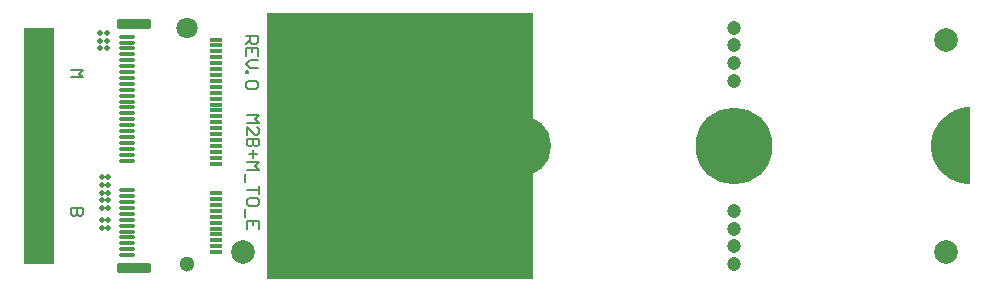
<source format=gts>
G04*
G04 #@! TF.GenerationSoftware,Altium Limited,Altium Designer,20.1.12 (249)*
G04*
G04 Layer_Color=8388736*
%FSLAX44Y44*%
%MOMM*%
G71*
G04*
G04 #@! TF.SameCoordinates,D2571EE1-FD4D-4DC4-B5C4-F58D1C69BCFF*
G04*
G04*
G04 #@! TF.FilePolarity,Negative*
G04*
G01*
G75*
%ADD14C,0.2000*%
%ADD15R,22.5000X22.5000*%
%ADD16R,2.6500X20.0000*%
G04:AMPARAMS|DCode=17|XSize=0.45mm|YSize=0.45mm|CornerRadius=0.1375mm|HoleSize=0mm|Usage=FLASHONLY|Rotation=0.000|XOffset=0mm|YOffset=0mm|HoleType=Round|Shape=RoundedRectangle|*
%AMROUNDEDRECTD17*
21,1,0.4500,0.1750,0,0,0.0*
21,1,0.1750,0.4500,0,0,0.0*
1,1,0.2750,0.0875,-0.0875*
1,1,0.2750,-0.0875,-0.0875*
1,1,0.2750,-0.0875,0.0875*
1,1,0.2750,0.0875,0.0875*
%
%ADD17ROUNDEDRECTD17*%
G04:AMPARAMS|DCode=18|XSize=0.9mm|YSize=2.8mm|CornerRadius=0.15mm|HoleSize=0mm|Usage=FLASHONLY|Rotation=90.000|XOffset=0mm|YOffset=0mm|HoleType=Round|Shape=RoundedRectangle|*
%AMROUNDEDRECTD18*
21,1,0.9000,2.5000,0,0,90.0*
21,1,0.6000,2.8000,0,0,90.0*
1,1,0.3000,1.2500,0.3000*
1,1,0.3000,1.2500,-0.3000*
1,1,0.3000,-1.2500,-0.3000*
1,1,0.3000,-1.2500,0.3000*
%
%ADD18ROUNDEDRECTD18*%
G04:AMPARAMS|DCode=19|XSize=0.4mm|YSize=1.35mm|CornerRadius=0.125mm|HoleSize=0mm|Usage=FLASHONLY|Rotation=90.000|XOffset=0mm|YOffset=0mm|HoleType=Round|Shape=RoundedRectangle|*
%AMROUNDEDRECTD19*
21,1,0.4000,1.1000,0,0,90.0*
21,1,0.1500,1.3500,0,0,90.0*
1,1,0.2500,0.5500,0.0750*
1,1,0.2500,0.5500,-0.0750*
1,1,0.2500,-0.5500,-0.0750*
1,1,0.2500,-0.5500,0.0750*
%
%ADD19ROUNDEDRECTD19*%
G04:AMPARAMS|DCode=20|XSize=0.4mm|YSize=1.1mm|CornerRadius=0.125mm|HoleSize=0mm|Usage=FLASHONLY|Rotation=90.000|XOffset=0mm|YOffset=0mm|HoleType=Round|Shape=RoundedRectangle|*
%AMROUNDEDRECTD20*
21,1,0.4000,0.8500,0,0,90.0*
21,1,0.1500,1.1000,0,0,90.0*
1,1,0.2500,0.4250,0.0750*
1,1,0.2500,0.4250,-0.0750*
1,1,0.2500,-0.4250,-0.0750*
1,1,0.2500,-0.4250,0.0750*
%
%ADD20ROUNDEDRECTD20*%
%ADD21C,2.0000*%
%ADD22C,5.1000*%
%ADD23C,1.3000*%
%ADD24C,1.8000*%
%ADD25C,6.5000*%
%ADD26C,1.2000*%
G36*
X420000Y156002D02*
X420994D01*
D01*
X420995D01*
X421125Y155993D01*
X421195Y155979D01*
X421254Y155968D01*
X421347Y155936D01*
X421378Y155926D01*
X423216Y155165D01*
X423216Y155165D01*
X423333Y155107D01*
X423442Y155034D01*
X423541Y154947D01*
X423541Y154947D01*
X424947Y153541D01*
X424947Y153541D01*
X425034Y153442D01*
X425107Y153333D01*
X425165Y153216D01*
X425165Y153216D01*
X425926Y151378D01*
X425968Y151254D01*
X425981Y151190D01*
X425993Y151125D01*
X426002Y150995D01*
Y150995D01*
D01*
Y149005D01*
D01*
Y149005D01*
X425993Y148875D01*
X425980Y148805D01*
X425968Y148746D01*
X425937Y148653D01*
X425926Y148622D01*
X425165Y146784D01*
X425165Y146784D01*
X425107Y146667D01*
X425034Y146558D01*
X424947Y146459D01*
X424947Y146459D01*
X423541Y145053D01*
X423541Y145053D01*
X423442Y144966D01*
X423377Y144923D01*
X423333Y144893D01*
X423216Y144835D01*
X423216Y144835D01*
X421378Y144074D01*
X421254Y144032D01*
X421190Y144019D01*
X421125Y144006D01*
X420994Y143998D01*
X380000D01*
X379005Y143998D01*
D01*
X379005D01*
X378875Y144006D01*
X378797Y144022D01*
X378746Y144032D01*
X378664Y144060D01*
X378622Y144074D01*
X376784Y144835D01*
X376667Y144893D01*
X376558Y144966D01*
X376459Y145052D01*
X375053Y146459D01*
X375052Y146459D01*
X374966Y146558D01*
X374893Y146667D01*
X374835Y146784D01*
X374835Y146784D01*
X374074Y148622D01*
X374032Y148746D01*
X374019Y148810D01*
X374006Y148875D01*
X373998Y149005D01*
Y149005D01*
Y149005D01*
X373998Y150995D01*
X374006Y151125D01*
X374020Y151195D01*
X374032Y151254D01*
X374063Y151347D01*
X374074Y151378D01*
X374835Y153216D01*
X374835Y153216D01*
X374893Y153333D01*
X374966Y153442D01*
X375052Y153541D01*
X375053Y153541D01*
X376459Y154947D01*
X376459D01*
Y154947D01*
X376558Y155034D01*
X376623Y155077D01*
X376667Y155107D01*
X376784Y155165D01*
X376784Y155165D01*
X378622Y155926D01*
X378746Y155968D01*
X378875Y155993D01*
X379005Y156002D01*
X379005D01*
D01*
X380000Y156002D01*
X420000Y156002D01*
X420000Y156002D01*
D02*
G37*
G36*
X800000Y77500D02*
X797442D01*
X792390Y78300D01*
X787524Y79881D01*
X782966Y82204D01*
X778828Y85210D01*
X775210Y88828D01*
X772204Y92966D01*
X769881Y97524D01*
X768300Y102390D01*
X767500Y107442D01*
Y112558D01*
X768300Y117610D01*
X769881Y122476D01*
X772204Y127034D01*
X775210Y131172D01*
X778828Y134790D01*
X782966Y137796D01*
X787524Y140119D01*
X792390Y141700D01*
X797442Y142500D01*
X800000D01*
Y77500D01*
D02*
G37*
G36*
X420000Y76002D02*
X420994Y76002D01*
X420994D01*
X420995D01*
X421125Y75993D01*
X421207Y75977D01*
X421254Y75968D01*
X421315Y75947D01*
X421378Y75926D01*
X423216Y75165D01*
X423216Y75165D01*
X423333Y75107D01*
X423442Y75034D01*
X423541Y74947D01*
X424947Y73541D01*
Y73541D01*
X424947D01*
X425034Y73442D01*
X425077Y73377D01*
X425107Y73333D01*
X425135Y73275D01*
X425165Y73216D01*
X425926Y71378D01*
X425937Y71347D01*
X425968Y71254D01*
X425980Y71196D01*
X425993Y71125D01*
X426002Y70995D01*
Y70995D01*
D01*
Y69005D01*
D01*
Y69005D01*
X425993Y68875D01*
X425981Y68810D01*
X425968Y68746D01*
X425926Y68622D01*
X425165Y66784D01*
X425165Y66784D01*
X425107Y66667D01*
X425034Y66558D01*
X424947Y66459D01*
X424947Y66459D01*
X423541Y65053D01*
X423442Y64966D01*
X423333Y64893D01*
X423216Y64835D01*
X421378Y64074D01*
X421294Y64046D01*
X421254Y64032D01*
X421176Y64017D01*
X421125Y64007D01*
X420995Y63998D01*
X420994D01*
X420994D01*
X420000Y63998D01*
X380000D01*
X379005Y63998D01*
X379005D01*
D01*
X378875Y64007D01*
X378797Y64022D01*
X378746Y64032D01*
X378664Y64060D01*
X378622Y64074D01*
X376784Y64835D01*
X376784Y64835D01*
X376667Y64893D01*
X376558Y64966D01*
X376459Y65053D01*
X376459Y65053D01*
X375052Y66459D01*
Y66459D01*
X375052D01*
X374966Y66558D01*
X374922Y66623D01*
X374893Y66667D01*
X374865Y66725D01*
X374835Y66784D01*
X374074Y68622D01*
X374063Y68653D01*
X374032Y68746D01*
X374020Y68804D01*
X374006Y68875D01*
X373998Y69005D01*
X373998Y70995D01*
Y70995D01*
Y70995D01*
X374006Y71125D01*
X374019Y71190D01*
X374032Y71254D01*
X374074Y71378D01*
X374835Y73216D01*
X374835Y73216D01*
X374893Y73333D01*
X374966Y73442D01*
X375052Y73541D01*
X375053Y73541D01*
X376459Y74947D01*
X376459Y74947D01*
X376558Y75034D01*
X376667Y75107D01*
X376784Y75165D01*
X376784Y75165D01*
X378622Y75926D01*
X378685Y75947D01*
X378746Y75968D01*
X378793Y75977D01*
X378875Y75993D01*
X379005Y76002D01*
X379005D01*
X379005D01*
X379999Y76002D01*
X380000Y76002D01*
X420000Y76002D01*
D02*
G37*
D14*
X48998Y57082D02*
X39002D01*
Y52084D01*
X40668Y50418D01*
X42334D01*
X44000Y52084D01*
Y57082D01*
Y52084D01*
X45666Y50418D01*
X47332D01*
X48998Y52084D01*
Y57082D01*
X39002Y174582D02*
X48998D01*
X45666Y171250D01*
X48998Y167918D01*
X39002D01*
X187502Y203000D02*
X197498D01*
Y198002D01*
X195832Y196336D01*
X192500D01*
X190834Y198002D01*
Y203000D01*
Y199668D02*
X187502Y196336D01*
X197498Y186339D02*
Y193003D01*
X187502D01*
Y186339D01*
X192500Y193003D02*
Y189671D01*
X197498Y183006D02*
X190834D01*
X187502Y179674D01*
X190834Y176342D01*
X197498D01*
X187502Y173010D02*
X189168D01*
Y171343D01*
X187502D01*
Y173010D01*
X195832Y164679D02*
X197498Y163013D01*
Y159681D01*
X195832Y158014D01*
X189168D01*
X187502Y159681D01*
Y163013D01*
X189168Y164679D01*
X195832D01*
X188335Y136135D02*
X198332D01*
X194999Y132803D01*
X198332Y129471D01*
X188335D01*
Y119474D02*
Y126139D01*
X194999Y119474D01*
X196665D01*
X198332Y121140D01*
Y124473D01*
X196665Y126139D01*
X198332Y116142D02*
X188335D01*
Y111144D01*
X190001Y109477D01*
X191667D01*
X193333Y111144D01*
Y116142D01*
Y111144D01*
X194999Y109477D01*
X196665D01*
X198332Y111144D01*
Y116142D01*
X193333Y106145D02*
Y99481D01*
X196665Y102813D02*
X190001D01*
X188335Y96148D02*
X198332D01*
X194999Y92816D01*
X198332Y89484D01*
X188335D01*
X186669Y86152D02*
Y79487D01*
X198332Y76155D02*
Y69490D01*
Y72822D01*
X188335D01*
X198332Y61160D02*
Y64492D01*
X196665Y66158D01*
X190001D01*
X188335Y64492D01*
Y61160D01*
X190001Y59493D01*
X196665D01*
X198332Y61160D01*
X186669Y56161D02*
Y49497D01*
X198332Y39500D02*
Y46164D01*
X188335D01*
Y39500D01*
X193333Y46164D02*
Y42832D01*
D15*
X317500Y110000D02*
D03*
D16*
X12250D02*
D03*
D17*
X69250Y205500D02*
D03*
X63750D02*
D03*
X69250Y199000D02*
D03*
X63750D02*
D03*
X70750Y83500D02*
D03*
X65250D02*
D03*
X70750Y77000D02*
D03*
X65250D02*
D03*
X70750Y70500D02*
D03*
X65250D02*
D03*
X70750Y64000D02*
D03*
X65250D02*
D03*
X70750Y47500D02*
D03*
X65250D02*
D03*
X70750Y40500D02*
D03*
X65250D02*
D03*
X69250Y192500D02*
D03*
X63750D02*
D03*
X65250Y57500D02*
D03*
X70750D02*
D03*
D18*
X92500Y213500D02*
D03*
Y6500D02*
D03*
D19*
X86750Y197500D02*
D03*
Y187500D02*
D03*
Y182500D02*
D03*
Y192500D02*
D03*
Y202500D02*
D03*
Y72500D02*
D03*
Y102500D02*
D03*
Y67500D02*
D03*
Y97500D02*
D03*
Y62500D02*
D03*
Y57500D02*
D03*
Y52500D02*
D03*
Y157500D02*
D03*
Y152500D02*
D03*
Y147500D02*
D03*
Y137500D02*
D03*
Y142500D02*
D03*
Y132500D02*
D03*
Y107500D02*
D03*
Y127500D02*
D03*
Y112500D02*
D03*
Y122500D02*
D03*
Y117500D02*
D03*
Y17500D02*
D03*
Y22500D02*
D03*
Y27500D02*
D03*
Y32500D02*
D03*
Y37500D02*
D03*
Y47500D02*
D03*
Y42500D02*
D03*
Y167500D02*
D03*
Y162500D02*
D03*
Y172500D02*
D03*
Y177500D02*
D03*
D20*
X162000Y100000D02*
D03*
Y105000D02*
D03*
Y180000D02*
D03*
Y95000D02*
D03*
Y110000D02*
D03*
Y120000D02*
D03*
Y140000D02*
D03*
Y115000D02*
D03*
Y125000D02*
D03*
Y130000D02*
D03*
Y135000D02*
D03*
Y145000D02*
D03*
Y195000D02*
D03*
Y190000D02*
D03*
Y155000D02*
D03*
Y200000D02*
D03*
Y185000D02*
D03*
Y150000D02*
D03*
Y160000D02*
D03*
Y20000D02*
D03*
Y40000D02*
D03*
Y170000D02*
D03*
Y55000D02*
D03*
Y35000D02*
D03*
Y25000D02*
D03*
Y30000D02*
D03*
Y45000D02*
D03*
Y50000D02*
D03*
Y70000D02*
D03*
Y60000D02*
D03*
Y65000D02*
D03*
Y175000D02*
D03*
Y165000D02*
D03*
D21*
X780000Y20000D02*
D03*
Y200000D02*
D03*
X185000Y20000D02*
D03*
D22*
X420000Y110000D02*
D03*
D23*
X137500Y10000D02*
D03*
D24*
Y210000D02*
D03*
D25*
X600000Y110000D02*
D03*
D26*
X600000Y10000D02*
D03*
Y25000D02*
D03*
Y40000D02*
D03*
Y55000D02*
D03*
Y165000D02*
D03*
Y180000D02*
D03*
Y195000D02*
D03*
Y210000D02*
D03*
X380000Y87500D02*
D03*
Y102500D02*
D03*
Y117500D02*
D03*
Y132500D02*
D03*
X420000Y210000D02*
D03*
Y195000D02*
D03*
Y180000D02*
D03*
Y165000D02*
D03*
Y55000D02*
D03*
Y40000D02*
D03*
Y25000D02*
D03*
Y10000D02*
D03*
M02*

</source>
